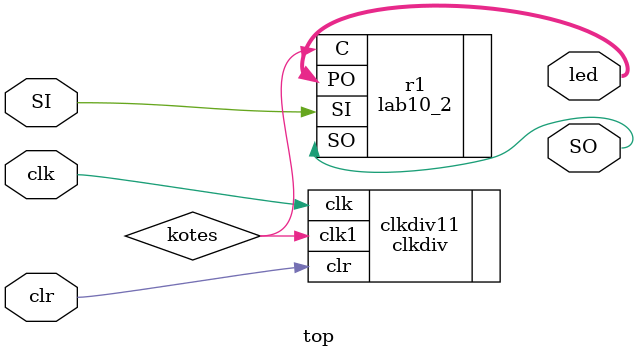
<source format=v>
`timescale 1ns / 1ps
module top(input clk, input clr, input SI, output SO, output [7:0]led);
	 
wire kotes;

clkdiv clkdiv11 (.clk(clk),.clr(clr),.clk1(kotes));
lab10_2 r1 (.C(kotes),.SI(SI),.SO(SO),.PO(led[7:0]));

endmodule

</source>
